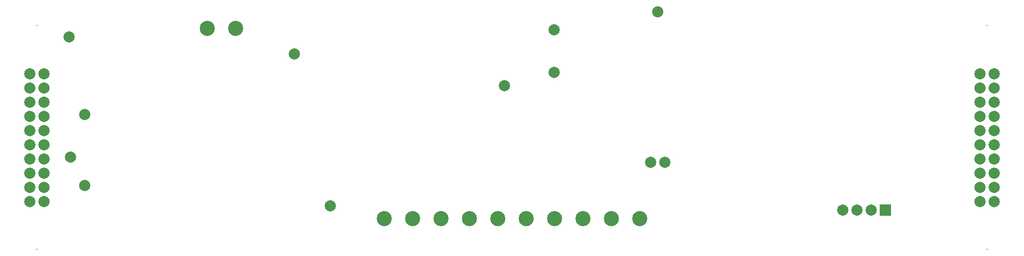
<source format=gbs>
G04*
G04 #@! TF.GenerationSoftware,Altium Limited,Altium Designer,18.0.12 (696)*
G04*
G04 Layer_Color=16711935*
%FSLAX25Y25*%
%MOIN*%
G70*
G01*
G75*
%ADD60C,0.07887*%
%ADD61C,0.10642*%
%ADD62R,0.07887X0.07887*%
%ADD63C,0.00800*%
D60*
X462000Y81000D02*
D03*
X452000D02*
D03*
X457000Y187000D02*
D03*
X24685Y143425D02*
D03*
Y133425D02*
D03*
Y123425D02*
D03*
Y113425D02*
D03*
Y103425D02*
D03*
Y93425D02*
D03*
Y83425D02*
D03*
Y73425D02*
D03*
Y63425D02*
D03*
Y53425D02*
D03*
X14685Y143425D02*
D03*
Y133425D02*
D03*
Y123425D02*
D03*
Y113425D02*
D03*
Y103425D02*
D03*
Y93425D02*
D03*
Y83425D02*
D03*
Y73425D02*
D03*
Y63425D02*
D03*
Y53425D02*
D03*
X348819Y135039D02*
D03*
X226378Y50197D02*
D03*
X42323Y169291D02*
D03*
X200787Y157480D02*
D03*
X53228Y114567D02*
D03*
X43228Y84567D02*
D03*
X53228Y64567D02*
D03*
X607362Y47244D02*
D03*
X597362D02*
D03*
X587362D02*
D03*
X683976Y53425D02*
D03*
Y63425D02*
D03*
Y73425D02*
D03*
Y83425D02*
D03*
Y93425D02*
D03*
Y103425D02*
D03*
Y113425D02*
D03*
Y123425D02*
D03*
Y133425D02*
D03*
Y143425D02*
D03*
X693976Y53425D02*
D03*
Y63425D02*
D03*
Y73425D02*
D03*
Y83425D02*
D03*
Y93425D02*
D03*
Y103425D02*
D03*
Y113425D02*
D03*
Y123425D02*
D03*
Y133425D02*
D03*
Y143425D02*
D03*
X383858Y174409D02*
D03*
Y144488D02*
D03*
D61*
X159606Y175197D02*
D03*
X139606D02*
D03*
X444331Y41339D02*
D03*
X424331D02*
D03*
X404331D02*
D03*
X384331D02*
D03*
X364331D02*
D03*
X344331D02*
D03*
X324331D02*
D03*
X304331D02*
D03*
X284331D02*
D03*
X264331D02*
D03*
D62*
X617362Y47244D02*
D03*
D63*
X688976Y19685D02*
D03*
Y177165D02*
D03*
X19685D02*
D03*
Y19685D02*
D03*
M02*

</source>
